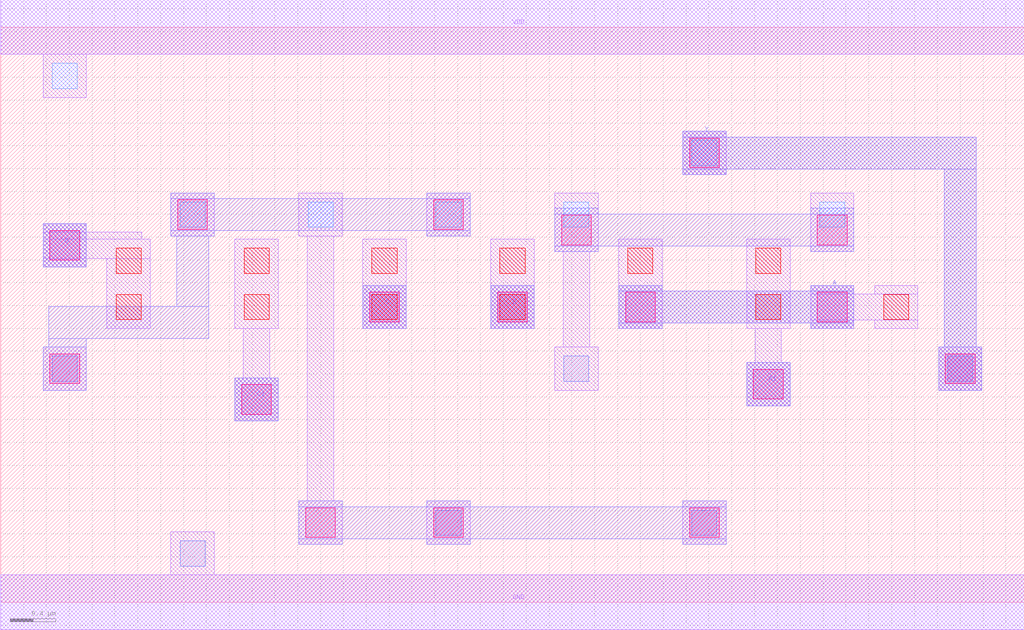
<source format=lef>
MACRO AOAOI2121
 CLASS CORE ;
 FOREIGN AOAOI2121 0 0 ;
 SIZE 8.96 BY 5.04 ;
 ORIGIN 0 0 ;
 SYMMETRY X Y R90 ;
 SITE unit ;
  PIN VDD
   DIRECTION INOUT ;
   USE POWER ;
   SHAPE ABUTMENT ;
    PORT
     CLASS CORE ;
       LAYER met1 ;
        RECT 0.00000000 4.80000000 8.96000000 5.28000000 ;
    END
  END VDD

  PIN GND
   DIRECTION INOUT ;
   USE POWER ;
   SHAPE ABUTMENT ;
    PORT
     CLASS CORE ;
       LAYER met1 ;
        RECT 0.00000000 -0.24000000 8.96000000 0.24000000 ;
    END
  END GND

  PIN Y
   DIRECTION INOUT ;
   USE SIGNAL ;
   SHAPE ABUTMENT ;
    PORT
     CLASS CORE ;
       LAYER met2 ;
        RECT 8.21000000 1.85700000 8.59000000 2.23700000 ;
        RECT 5.97000000 3.74700000 6.35000000 3.79700000 ;
        RECT 8.26000000 2.23700000 8.54000000 3.79700000 ;
        RECT 5.97000000 3.79700000 8.54000000 4.07700000 ;
        RECT 5.97000000 4.07700000 6.35000000 4.12700000 ;
    END
  END Y

  PIN B
   DIRECTION INOUT ;
   USE SIGNAL ;
   SHAPE ABUTMENT ;
    PORT
     CLASS CORE ;
       LAYER met2 ;
        RECT 4.29000000 2.39700000 4.67000000 2.77700000 ;
    END
  END B

  PIN A
   DIRECTION INOUT ;
   USE SIGNAL ;
   SHAPE ABUTMENT ;
    PORT
     CLASS CORE ;
       LAYER met2 ;
        RECT 5.41000000 2.39700000 5.79000000 2.44700000 ;
        RECT 7.09000000 2.39700000 7.47000000 2.44700000 ;
        RECT 5.41000000 2.44700000 7.47000000 2.72700000 ;
        RECT 5.41000000 2.72700000 5.79000000 2.77700000 ;
        RECT 7.09000000 2.72700000 7.47000000 2.77700000 ;
    END
  END A

  PIN C
   DIRECTION INOUT ;
   USE SIGNAL ;
   SHAPE ABUTMENT ;
    PORT
     CLASS CORE ;
       LAYER met2 ;
        RECT 3.17000000 2.39700000 3.55000000 2.77700000 ;
    END
  END C

  PIN D
   DIRECTION INOUT ;
   USE SIGNAL ;
   SHAPE ABUTMENT ;
    PORT
     CLASS CORE ;
       LAYER met2 ;
        RECT 0.37000000 2.93700000 0.75000000 3.31700000 ;
    END
  END D

  PIN A1
   DIRECTION INOUT ;
   USE SIGNAL ;
   SHAPE ABUTMENT ;
    PORT
     CLASS CORE ;
       LAYER met2 ;
        RECT 6.53000000 1.72200000 6.91000000 2.10200000 ;
    END
  END A1

  PIN C1
   DIRECTION INOUT ;
   USE SIGNAL ;
   SHAPE ABUTMENT ;
    PORT
     CLASS CORE ;
       LAYER met2 ;
        RECT 2.05000000 1.58700000 2.43000000 1.96700000 ;
    END
  END C1

 OBS
    LAYER polycont ;
     RECT 1.01000000 2.47700000 1.23000000 2.69700000 ;
     RECT 2.13000000 2.47700000 2.35000000 2.69700000 ;
     RECT 3.25000000 2.47700000 3.47000000 2.69700000 ;
     RECT 4.37000000 2.47700000 4.59000000 2.69700000 ;
     RECT 6.61000000 2.47700000 6.83000000 2.69700000 ;
     RECT 7.73000000 2.47700000 7.95000000 2.69700000 ;
     RECT 1.01000000 2.88200000 1.23000000 3.10200000 ;
     RECT 2.13000000 2.88200000 2.35000000 3.10200000 ;
     RECT 3.25000000 2.88200000 3.47000000 3.10200000 ;
     RECT 4.37000000 2.88200000 4.59000000 3.10200000 ;
     RECT 5.49000000 2.88200000 5.71000000 3.10200000 ;
     RECT 6.61000000 2.88200000 6.83000000 3.10200000 ;

    LAYER pdiffc ;
     RECT 1.57000000 3.28700000 1.79000000 3.50700000 ;
     RECT 2.69000000 3.28700000 2.91000000 3.50700000 ;
     RECT 3.81000000 3.28700000 4.03000000 3.50700000 ;
     RECT 4.93000000 3.28700000 5.15000000 3.50700000 ;
     RECT 7.17000000 3.28700000 7.39000000 3.50700000 ;
     RECT 6.05000000 3.82700000 6.27000000 4.04700000 ;
     RECT 0.45000000 4.50200000 0.67000000 4.72200000 ;

    LAYER ndiffc ;
     RECT 1.57000000 0.31700000 1.79000000 0.53700000 ;
     RECT 3.81000000 0.58700000 4.03000000 0.80700000 ;
     RECT 6.05000000 0.58700000 6.27000000 0.80700000 ;
     RECT 0.45000000 1.93700000 0.67000000 2.15700000 ;
     RECT 4.93000000 1.93700000 5.15000000 2.15700000 ;
     RECT 8.29000000 1.93700000 8.51000000 2.15700000 ;

    LAYER met1 ;
     RECT 0.00000000 -0.24000000 8.96000000 0.24000000 ;
     RECT 1.49000000 0.24000000 1.87000000 0.61700000 ;
     RECT 3.73000000 0.50700000 4.11000000 0.88700000 ;
     RECT 5.97000000 0.50700000 6.35000000 0.88700000 ;
     RECT 0.37000000 1.85700000 0.75000000 2.23700000 ;
     RECT 8.21000000 1.85700000 8.59000000 2.23700000 ;
     RECT 7.09000000 2.39700000 7.47000000 2.47200000 ;
     RECT 7.65000000 2.39700000 8.03000000 2.47200000 ;
     RECT 7.09000000 2.47200000 8.03000000 2.70200000 ;
     RECT 7.09000000 2.70200000 7.47000000 2.77700000 ;
     RECT 7.65000000 2.70200000 8.03000000 2.77700000 ;
     RECT 2.05000000 1.58700000 2.43000000 1.96700000 ;
     RECT 2.12500000 1.96700000 2.35500000 2.39700000 ;
     RECT 2.05000000 2.39700000 2.43000000 3.18200000 ;
     RECT 3.17000000 2.39700000 3.55000000 3.18200000 ;
     RECT 4.29000000 2.39700000 4.67000000 3.18200000 ;
     RECT 5.41000000 2.39700000 5.79000000 3.18200000 ;
     RECT 6.53000000 1.72200000 6.91000000 2.10200000 ;
     RECT 6.60500000 2.10200000 6.83500000 2.39700000 ;
     RECT 6.53000000 2.39700000 6.91000000 3.18200000 ;
     RECT 0.37000000 2.93700000 0.75000000 3.01200000 ;
     RECT 0.93000000 2.39700000 1.31000000 3.01200000 ;
     RECT 0.37000000 3.01200000 1.31000000 3.18200000 ;
     RECT 0.37000000 3.18200000 1.23500000 3.24200000 ;
     RECT 0.37000000 3.24200000 0.75000000 3.31700000 ;
     RECT 1.49000000 3.20700000 1.87000000 3.58700000 ;
     RECT 2.61000000 0.50700000 2.99000000 0.88700000 ;
     RECT 2.68500000 0.88700000 2.91500000 3.20700000 ;
     RECT 2.61000000 3.20700000 2.99000000 3.58700000 ;
     RECT 3.73000000 3.20700000 4.11000000 3.58700000 ;
     RECT 4.85000000 1.85700000 5.23000000 2.23700000 ;
     RECT 4.92500000 2.23700000 5.15500000 3.07200000 ;
     RECT 4.85000000 3.07200000 5.23000000 3.58700000 ;
     RECT 7.09000000 3.07200000 7.47000000 3.58700000 ;
     RECT 5.97000000 3.74700000 6.35000000 4.12700000 ;
     RECT 0.37000000 4.42200000 0.75000000 4.80000000 ;
     RECT 0.00000000 4.80000000 8.96000000 5.28000000 ;

    LAYER via1 ;
     RECT 2.67000000 0.56700000 2.93000000 0.82700000 ;
     RECT 3.79000000 0.56700000 4.05000000 0.82700000 ;
     RECT 6.03000000 0.56700000 6.29000000 0.82700000 ;
     RECT 2.11000000 1.64700000 2.37000000 1.90700000 ;
     RECT 6.59000000 1.78200000 6.85000000 2.04200000 ;
     RECT 0.43000000 1.91700000 0.69000000 2.17700000 ;
     RECT 8.27000000 1.91700000 8.53000000 2.17700000 ;
     RECT 3.23000000 2.45700000 3.49000000 2.71700000 ;
     RECT 4.35000000 2.45700000 4.61000000 2.71700000 ;
     RECT 5.47000000 2.45700000 5.73000000 2.71700000 ;
     RECT 7.15000000 2.45700000 7.41000000 2.71700000 ;
     RECT 0.43000000 2.99700000 0.69000000 3.25700000 ;
     RECT 4.91000000 3.13200000 5.17000000 3.39200000 ;
     RECT 7.15000000 3.13200000 7.41000000 3.39200000 ;
     RECT 1.55000000 3.26700000 1.81000000 3.52700000 ;
     RECT 3.79000000 3.26700000 4.05000000 3.52700000 ;
     RECT 6.03000000 3.80700000 6.29000000 4.06700000 ;

    LAYER met2 ;
     RECT 2.61000000 0.50700000 2.99000000 0.55700000 ;
     RECT 3.73000000 0.50700000 4.11000000 0.55700000 ;
     RECT 5.97000000 0.50700000 6.35000000 0.55700000 ;
     RECT 2.61000000 0.55700000 6.35000000 0.83700000 ;
     RECT 2.61000000 0.83700000 2.99000000 0.88700000 ;
     RECT 3.73000000 0.83700000 4.11000000 0.88700000 ;
     RECT 5.97000000 0.83700000 6.35000000 0.88700000 ;
     RECT 2.05000000 1.58700000 2.43000000 1.96700000 ;
     RECT 6.53000000 1.72200000 6.91000000 2.10200000 ;
     RECT 3.17000000 2.39700000 3.55000000 2.77700000 ;
     RECT 4.29000000 2.39700000 4.67000000 2.77700000 ;
     RECT 5.41000000 2.39700000 5.79000000 2.44700000 ;
     RECT 7.09000000 2.39700000 7.47000000 2.44700000 ;
     RECT 5.41000000 2.44700000 7.47000000 2.72700000 ;
     RECT 5.41000000 2.72700000 5.79000000 2.77700000 ;
     RECT 7.09000000 2.72700000 7.47000000 2.77700000 ;
     RECT 0.37000000 2.93700000 0.75000000 3.31700000 ;
     RECT 4.85000000 3.07200000 5.23000000 3.12200000 ;
     RECT 7.09000000 3.07200000 7.47000000 3.12200000 ;
     RECT 4.85000000 3.12200000 7.47000000 3.40200000 ;
     RECT 4.85000000 3.40200000 5.23000000 3.45200000 ;
     RECT 7.09000000 3.40200000 7.47000000 3.45200000 ;
     RECT 0.37000000 1.85700000 0.75000000 2.23700000 ;
     RECT 0.42000000 2.23700000 0.75000000 2.31200000 ;
     RECT 0.42000000 2.31200000 1.82000000 2.59200000 ;
     RECT 1.54000000 2.59200000 1.82000000 3.20700000 ;
     RECT 1.49000000 3.20700000 1.87000000 3.25700000 ;
     RECT 3.73000000 3.20700000 4.11000000 3.25700000 ;
     RECT 1.49000000 3.25700000 4.11000000 3.53700000 ;
     RECT 1.49000000 3.53700000 1.87000000 3.58700000 ;
     RECT 3.73000000 3.53700000 4.11000000 3.58700000 ;
     RECT 8.21000000 1.85700000 8.59000000 2.23700000 ;
     RECT 5.97000000 3.74700000 6.35000000 3.79700000 ;
     RECT 8.26000000 2.23700000 8.54000000 3.79700000 ;
     RECT 5.97000000 3.79700000 8.54000000 4.07700000 ;
     RECT 5.97000000 4.07700000 6.35000000 4.12700000 ;

 END
END AOAOI2121

</source>
